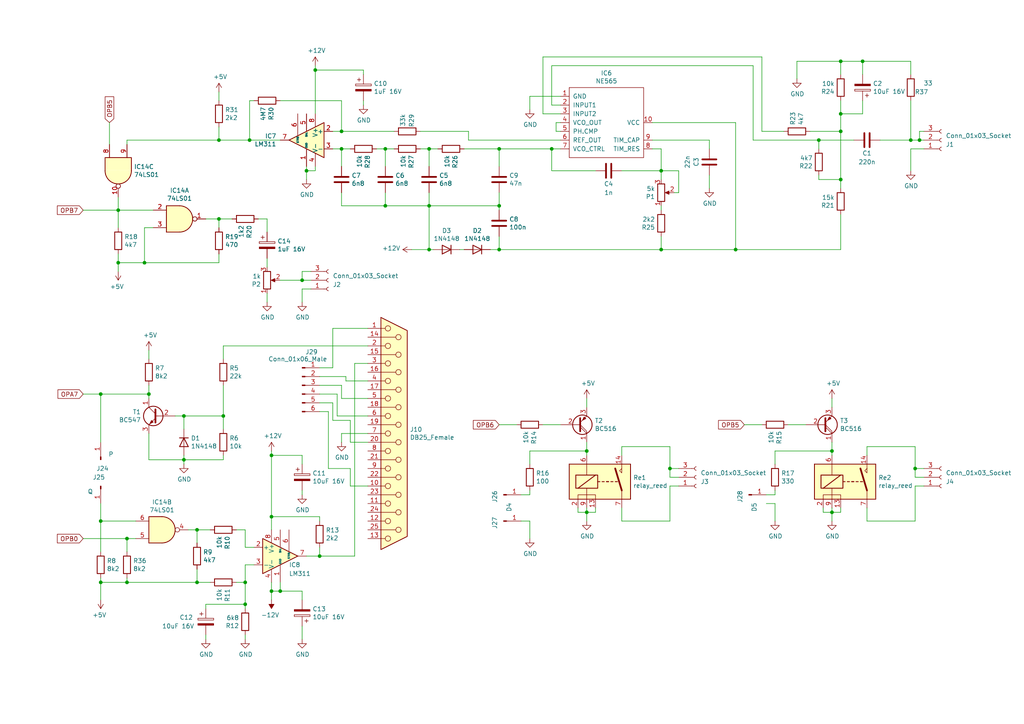
<source format=kicad_sch>
(kicad_sch (version 20231120) (generator "eeschema") (generator_version "8.0")
  (paper "A4")
  (lib_symbols
    (symbol "74xx:74LS01" (pin_names (offset 1.016))
      (property "Reference" "U" (at 0 1.27 0))
      (property "Value" "74LS01" (at 0 -1.27 0))
      (symbol "74LS01_1_1"
        (pin open_collector inverted (at 7.62 0 180) (length 3.81) (name "~") (number "1"))
        (pin input line (at -7.62 2.54 0) (length 3.81) (name "~") (number "2"))
        (pin input line (at -7.62 -2.54 0) (length 3.81) (name "~") (number "3"))
      )
      (symbol "74LS01_1_2"
        (pin open_collector line (at 7.62 0 180) (length 3.81) (name "~") (number "1"))
        (pin input inverted (at -7.62 2.54 0) (length 4.318) (name "~") (number "2"))
        (pin input inverted (at -7.62 -2.54 0) (length 4.318) (name "~") (number "3"))
      )
      (symbol "74LS01_2_1"
        (pin open_collector inverted (at 7.62 0 180) (length 3.81) (name "~") (number "4"))
        (pin input line (at -7.62 2.54 0) (length 3.81) (name "~") (number "5"))
        (pin input line (at -7.62 -2.54 0) (length 3.81) (name "~") (number "6"))
      )
      (symbol "74LS01_2_2"
        (pin open_collector line (at 7.62 0 180) (length 3.81) (name "~") (number "4"))
        (pin input inverted (at -7.62 2.54 0) (length 4.318) (name "~") (number "5"))
        (pin input inverted (at -7.62 -2.54 0) (length 4.318) (name "~") (number "6"))
      )
      (symbol "74LS01_3_1"
        (pin open_collector inverted (at 7.62 0 180) (length 3.81) (name "~") (number "10"))
        (pin input line (at -7.62 2.54 0) (length 3.81) (name "~") (number "8"))
        (pin input line (at -7.62 -2.54 0) (length 3.81) (name "~") (number "9"))
      )
      (symbol "74LS01_3_2"
        (pin open_collector line (at 7.62 0 180) (length 3.81) (name "~") (number "10"))
        (pin input inverted (at -7.62 2.54 0) (length 4.318) (name "~") (number "8"))
        (pin input inverted (at -7.62 -2.54 0) (length 4.318) (name "~") (number "9"))
      )
      (symbol "74LS01_4_1"
        (pin input line (at -7.62 2.54 0) (length 3.81) (name "~") (number "11"))
        (pin input line (at -7.62 -2.54 0) (length 3.81) (name "~") (number "12"))
        (pin open_collector inverted (at 7.62 0 180) (length 3.81) (name "~") (number "13"))
      )
      (symbol "74LS01_4_2"
        (pin input inverted (at -7.62 2.54 0) (length 4.318) (name "~") (number "11"))
        (pin input inverted (at -7.62 -2.54 0) (length 4.318) (name "~") (number "12"))
        (pin open_collector line (at 7.62 0 180) (length 3.81) (name "~") (number "13"))
      )
      (symbol "74LS01_5_0"
        (pin power_in line (at 0 12.7 270) (length 5.08) (name "VCC") (number "14"))
        (pin power_in line (at 0 -12.7 90) (length 5.08) (name "GND") (number "7"))
      )
    )
    (symbol "Connector:Conn_01x03_Socket" (pin_names (offset 1.016) hide)
      (property "Reference" "J" (at 0 5.08 0))
      (property "Value" "Conn_01x03_Socket" (at 0 -5.08 0))
      (symbol "Conn_01x03_Socket_1_1"
        (pin passive line (at -5.08 2.54 0) (length 3.81) (name "Pin_1") (number "1"))
        (pin passive line (at -5.08 0 0) (length 3.81) (name "Pin_2") (number "2"))
        (pin passive line (at -5.08 -2.54 0) (length 3.81) (name "Pin_3") (number "3"))
      )
    )
    (symbol "Device:C" (pin_numbers hide) (pin_names (offset 0.254))
      (property "Reference" "C" (at 0.635 2.54 0))
      (property "Value" "C" (at 0.635 -2.54 0))
      (symbol "C_1_1"
        (pin passive line (at 0 3.81 270) (length 2.794) (name "~") (number "1"))
        (pin passive line (at 0 -3.81 90) (length 2.794) (name "~") (number "2"))
      )
    )
    (symbol "Device:D" (pin_numbers hide) (pin_names (offset 1.016) hide)
      (property "Reference" "D" (at 0 2.54 0))
      (property "Value" "D" (at 0 -2.54 0))
      (symbol "D_1_1"
        (pin passive line (at -3.81 0 0) (length 2.54) (name "K") (number "1"))
        (pin passive line (at 3.81 0 180) (length 2.54) (name "A") (number "2"))
      )
    )
    (symbol "Device:R" (pin_numbers hide) (pin_names (offset 0))
      (property "Reference" "R" (at 2.032 0 90))
      (property "Value" "R" (at 0 0 90))
      (symbol "R_1_1"
        (pin passive line (at 0 3.81 270) (length 1.27) (name "~") (number "1"))
        (pin passive line (at 0 -3.81 90) (length 1.27) (name "~") (number "2"))
      )
    )
    (symbol "Transistor_BJT:BC516" (pin_names (offset 0) hide)
      (property "Reference" "Q" (at 5.08 1.905 0))
      (property "Value" "BC516" (at 5.08 0 0))
      (symbol "BC516_1_1"
        (pin passive line (at 2.54 5.08 270) (length 2.54) (name "C") (number "1"))
        (pin input line (at -5.08 0 0) (length 5.715) (name "B") (number "2"))
        (pin passive line (at 2.54 -5.08 90) (length 2.54) (name "E") (number "3"))
      )
    )
    (symbol "Transistor_BJT:BC547" (pin_names (offset 0) hide)
      (property "Reference" "Q" (at 5.08 1.905 0))
      (property "Value" "BC547" (at 5.08 0 0))
      (symbol "BC547_1_1"
        (pin passive line (at 2.54 5.08 270) (length 2.54) (name "C") (number "1"))
        (pin input line (at -5.08 0 0) (length 5.08) (name "B") (number "2"))
        (pin passive line (at 2.54 -5.08 90) (length 2.54) (name "E") (number "3"))
      )
    )
    (symbol "junior-interface-rescue:CP-Device" (pin_numbers hide) (pin_names (offset 0.254))
      (property "Reference" "C" (at 0.635 2.54 0))
      (property "Value" "Device_CP" (at 0.635 -2.54 0))
      (symbol "CP-Device_1_1"
        (pin passive line (at 0 3.81 270) (length 2.794) (name "~") (number "1"))
        (pin passive line (at 0 -3.81 90) (length 2.794) (name "~") (number "2"))
      )
    )
    (symbol "junior-interface-rescue:Conn_01x01_Male-Connector" (pin_names (offset 1.016) hide)
      (property "Reference" "J" (at 0 2.54 0))
      (property "Value" "Connector_Conn_01x01_Male" (at 0 -2.54 0))
      (symbol "Conn_01x01_Male-Connector_1_1"
        (pin passive line (at 5.08 0 180) (length 3.81) (name "Pin_1") (number "1"))
      )
    )
    (symbol "junior-interface-rescue:Conn_01x06_Male-Connector" (pin_names (offset 1.016) hide)
      (property "Reference" "J" (at 0 7.62 0))
      (property "Value" "Connector_Conn_01x06_Male" (at 0 -10.16 0))
      (symbol "Conn_01x06_Male-Connector_1_1"
        (pin passive line (at 5.08 5.08 180) (length 3.81) (name "Pin_1") (number "1"))
        (pin passive line (at 5.08 2.54 180) (length 3.81) (name "Pin_2") (number "2"))
        (pin passive line (at 5.08 0 180) (length 3.81) (name "Pin_3") (number "3"))
        (pin passive line (at 5.08 -2.54 180) (length 3.81) (name "Pin_4") (number "4"))
        (pin passive line (at 5.08 -5.08 180) (length 3.81) (name "Pin_5") (number "5"))
        (pin passive line (at 5.08 -7.62 180) (length 3.81) (name "Pin_6") (number "6"))
      )
    )
    (symbol "junior-interface-rescue:DB25_Female-Connector" (pin_names (offset 1.016) hide)
      (property "Reference" "J" (at 0 34.29 0))
      (property "Value" "Connector_DB25_Female" (at 0 -34.925 0))
      (symbol "DB25_Female-Connector_1_1"
        (pin passive line (at -7.62 30.48 0) (length 3.81) (name "1") (number "1"))
        (pin passive line (at -7.62 -15.24 0) (length 3.81) (name "10") (number "10"))
        (pin passive line (at -7.62 -20.32 0) (length 3.81) (name "11") (number "11"))
        (pin passive line (at -7.62 -25.4 0) (length 3.81) (name "12") (number "12"))
        (pin passive line (at -7.62 -30.48 0) (length 3.81) (name "13") (number "13"))
        (pin passive line (at -7.62 27.94 0) (length 3.81) (name "P14") (number "14"))
        (pin passive line (at -7.62 22.86 0) (length 3.81) (name "P15") (number "15"))
        (pin passive line (at -7.62 17.78 0) (length 3.81) (name "P16") (number "16"))
        (pin passive line (at -7.62 12.7 0) (length 3.81) (name "P17") (number "17"))
        (pin passive line (at -7.62 7.62 0) (length 3.81) (name "P18") (number "18"))
        (pin passive line (at -7.62 2.54 0) (length 3.81) (name "P19") (number "19"))
        (pin passive line (at -7.62 25.4 0) (length 3.81) (name "2") (number "2"))
        (pin passive line (at -7.62 -2.54 0) (length 3.81) (name "P20") (number "20"))
        (pin passive line (at -7.62 -7.62 0) (length 3.81) (name "P21") (number "21"))
        (pin passive line (at -7.62 -12.7 0) (length 3.81) (name "P22") (number "22"))
        (pin passive line (at -7.62 -17.78 0) (length 3.81) (name "P23") (number "23"))
        (pin passive line (at -7.62 -22.86 0) (length 3.81) (name "P24") (number "24"))
        (pin passive line (at -7.62 -27.94 0) (length 3.81) (name "P25") (number "25"))
        (pin passive line (at -7.62 20.32 0) (length 3.81) (name "3") (number "3"))
        (pin passive line (at -7.62 15.24 0) (length 3.81) (name "4") (number "4"))
        (pin passive line (at -7.62 10.16 0) (length 3.81) (name "5") (number "5"))
        (pin passive line (at -7.62 5.08 0) (length 3.81) (name "6") (number "6"))
        (pin passive line (at -7.62 0 0) (length 3.81) (name "7") (number "7"))
        (pin passive line (at -7.62 -5.08 0) (length 3.81) (name "8") (number "8"))
        (pin passive line (at -7.62 -10.16 0) (length 3.81) (name "9") (number "9"))
      )
    )
    (symbol "junior-interface-rescue:LM311-Comparator" (pin_names (offset 0.127))
      (property "Reference" "U" (at 3.81 6.35 0))
      (property "Value" "LM311-Comparator" (at 3.81 3.81 0))
      (symbol "LM311-Comparator_1_1"
        (pin open_emitter line (at 0 -7.62 90) (length 5.08) (name "GND") (number "1"))
        (pin input line (at -7.62 2.54 0) (length 2.54) (name "+") (number "2"))
        (pin input line (at -7.62 -2.54 0) (length 2.54) (name "-") (number "3"))
        (pin power_in line (at -2.54 -7.62 90) (length 3.81) (name "V-") (number "4"))
        (pin passive line (at 0 7.62 270) (length 5.08) (name "BAL") (number "5"))
        (pin passive line (at 2.54 7.62 270) (length 6.35) (name "STRB") (number "6"))
        (pin open_collector line (at 7.62 0 180) (length 2.54) (name "~") (number "7"))
        (pin power_in line (at -2.54 7.62 270) (length 3.81) (name "V+") (number "8"))
      )
    )
    (symbol "junior-interface-rescue:NE565-junior_computer" (pin_names (offset 1.016))
      (property "Reference" "IC" (at 3.81 8.89 0))
      (property "Value" "NE565-junior_computer" (at -5.08 8.89 0))
      (symbol "NE565-junior_computer_1_1"
        (pin power_in line (at -11.43 5.08 0) (length 2.54) (name "GND") (number "1"))
        (pin power_in line (at 15.24 -2.54 180) (length 2.54) (name "VCC") (number "10"))
        (pin passive line (at -11.43 2.54 0) (length 2.54) (name "INPUT1") (number "2"))
        (pin passive line (at -11.43 0 0) (length 2.54) (name "INPUT2") (number "3"))
        (pin passive line (at -11.43 -2.54 0) (length 2.54) (name "VCO_OUT") (number "4"))
        (pin passive line (at -11.43 -5.08 0) (length 2.54) (name "PH.CMP") (number "5"))
        (pin passive line (at -11.43 -7.62 0) (length 2.54) (name "REF_OUT") (number "6"))
        (pin passive line (at -11.43 -10.16 0) (length 2.54) (name "VCO_CTRL") (number "7"))
        (pin passive line (at 15.24 -10.16 180) (length 2.54) (name "TIM_RES") (number "8"))
        (pin passive line (at 15.24 -7.62 180) (length 2.54) (name "TIM_CAP") (number "9"))
      )
    )
    (symbol "junior-interface-rescue:R_POT-Device" (pin_names (offset 1.016) hide)
      (property "Reference" "RV" (at -4.445 0 90))
      (property "Value" "Device_R_POT" (at -2.54 0 90))
      (symbol "R_POT-Device_1_1"
        (pin passive line (at 0 3.81 270) (length 1.27) (name "1") (number "1"))
        (pin passive line (at 3.81 0 180) (length 1.27) (name "2") (number "2"))
        (pin passive line (at 0 -3.81 90) (length 1.27) (name "3") (number "3"))
      )
    )
    (symbol "junior-interface-rescue:relay_reed-junior_computer" (pin_names (offset 1.016))
      (property "Reference" "Re" (at 8.89 3.81 0))
      (property "Value" "relay_reed-junior_computer" (at 8.89 1.27 0))
      (symbol "relay_reed-junior_computer_1_1"
        (pin passive line (at -2.54 -7.62 90) (length 2.54) (name "~") (number "13"))
        (pin passive line (at 5.08 7.62 270) (length 2.54) (name "~") (number "14"))
        (pin passive line (at -7.62 -7.62 90) (length 2.54) (name "~") (number "2"))
        (pin passive line (at -5.08 7.62 270) (length 2.54) (name "~") (number "6"))
        (pin passive line (at 5.08 -7.62 90) (length 2.54) (name "~") (number "7"))
        (pin passive line (at -5.08 -7.62 90) (length 2.54) (name "~") (number "9"))
      )
    )
    (symbol "power:+12V" (power) (pin_names (offset 0))
      (property "Value" "+12V" (at 0 3.556 0))
      (symbol "+12V_1_1"
        (pin power_in line (at 0 0 90) (length 0) hide (name "+12V") (number "1"))
      )
    )
    (symbol "power:+5V" (power) (pin_names (offset 0))
      (property "Value" "+5V" (at 0 3.556 0))
      (symbol "+5V_1_1"
        (pin power_in line (at 0 0 90) (length 0) hide (name "+5V") (number "1"))
      )
    )
    (symbol "power:-12V" (power) (pin_names (offset 0))
      (property "Value" "-12V" (at 0 3.81 0))
      (symbol "-12V_0_0"
        (pin power_in line (at 0 0 90) (length 0) hide (name "-12V") (number "1"))
      )
    )
    (symbol "power:GND" (power) (pin_names (offset 0))
      (property "Value" "GND" (at 0 -3.81 0))
      (symbol "GND_1_1"
        (pin power_in line (at 0 0 270) (length 0) hide (name "GND") (number "1"))
      )
    )
  )
  (junction (at 78.74 171.45))
  (junction (at 71.12 168.91))
  (junction (at 34.29 76.2))
  (junction (at 237.49 40.64))
  (junction (at 29.21 168.91))
  (junction (at 264.16 40.64))
  (junction (at 57.15 168.91))
  (junction (at 160.02 43.18))
  (junction (at 124.46 72.39))
  (junction (at 243.84 17.78))
  (junction (at 92.71 161.29))
  (junction (at 99.06 43.18))
  (junction (at 43.18 114.3))
  (junction (at 191.77 49.53))
  (junction (at 63.5 40.64))
  (junction (at 91.44 20.32))
  (junction (at 29.21 114.3))
  (junction (at 78.74 149.86))
  (junction (at 57.15 153.67))
  (junction (at 64.77 120.65))
  (junction (at 29.21 151.13))
  (junction (at 241.3 130.81))
  (junction (at 266.7 40.64))
  (junction (at 250.19 17.78))
  (junction (at 170.18 148.59))
  (junction (at 71.12 175.26))
  (junction (at 170.18 130.81))
  (junction (at 144.78 72.39))
  (junction (at 144.78 43.18))
  (junction (at 265.43 135.89))
  (junction (at 191.77 72.39))
  (junction (at 243.84 33.02))
  (junction (at 88.9 49.53))
  (junction (at 213.36 72.39))
  (junction (at 81.28 171.45))
  (junction (at 78.74 132.08))
  (junction (at 36.83 168.91))
  (junction (at 111.76 59.69))
  (junction (at 36.83 156.21))
  (junction (at 34.29 60.96))
  (junction (at 99.06 38.1))
  (junction (at 124.46 43.18))
  (junction (at 72.39 40.64))
  (junction (at 243.84 52.07))
  (junction (at 243.84 38.1))
  (junction (at 63.5 63.5))
  (junction (at 194.31 135.89))
  (junction (at 241.3 148.59))
  (junction (at 41.91 76.2))
  (junction (at 111.76 43.18))
  (junction (at 53.34 133.35))
  (junction (at 144.78 59.69))
  (junction (at 124.46 59.69))
  (junction (at 53.34 120.65))
  (junction (at 87.63 81.28))
  (wire (pts (xy 59.69 175.26) (xy 71.12 175.26)))
  (wire (pts (xy 63.5 63.5) (xy 63.5 66.04)))
  (wire (pts (xy 99.06 59.69) (xy 111.76 59.69)))
  (wire (pts (xy 267.97 43.18) (xy 264.16 43.18)))
  (wire (pts (xy 88.9 49.53) (xy 88.9 52.07)))
  (wire (pts (xy 34.29 76.2) (xy 34.29 78.74)))
  (wire (pts (xy 29.21 151.13) (xy 29.21 146.05)))
  (wire (pts (xy 220.98 16.51) (xy 220.98 38.1)))
  (wire (pts (xy 144.78 43.18) (xy 160.02 43.18)))
  (wire (pts (xy 72.39 40.64) (xy 81.28 40.64)))
  (wire (pts (xy 191.77 49.53) (xy 191.77 52.07)))
  (wire (pts (xy 87.63 132.08) (xy 78.74 132.08)))
  (wire (pts (xy 92.71 106.68) (xy 96.52 106.68)))
  (wire (pts (xy 119.38 72.39) (xy 124.46 72.39)))
  (wire (pts (xy 162.56 123.19) (xy 157.48 123.19)))
  (wire (pts (xy 34.29 76.2) (xy 41.91 76.2)))
  (wire (pts (xy 53.34 132.08) (xy 53.34 133.35)))
  (wire (pts (xy 43.18 111.76) (xy 43.18 114.3)))
  (wire (pts (xy 106.68 110.49) (xy 100.33 110.49)))
  (wire (pts (xy 264.16 29.21) (xy 264.16 40.64)))
  (wire (pts (xy 243.84 148.59) (xy 243.84 147.32)))
  (wire (pts (xy 189.23 40.64) (xy 205.74 40.64)))
  (wire (pts (xy 264.16 43.18) (xy 264.16 49.53)))
  (wire (pts (xy 241.3 148.59) (xy 241.3 151.13)))
  (wire (pts (xy 124.46 55.88) (xy 124.46 59.69)))
  (wire (pts (xy 96.52 95.25) (xy 106.68 95.25)))
  (wire (pts (xy 111.76 59.69) (xy 124.46 59.69)))
  (wire (pts (xy 63.5 40.64) (xy 36.83 40.64)))
  (wire (pts (xy 160.02 19.05) (xy 160.02 30.48)))
  (wire (pts (xy 64.77 100.33) (xy 64.77 104.14)))
  (wire (pts (xy 191.77 72.39) (xy 191.77 68.58)))
  (wire (pts (xy 43.18 114.3) (xy 43.18 115.57)))
  (wire (pts (xy 194.31 140.97) (xy 196.85 140.97)))
  (wire (pts (xy 167.64 147.32) (xy 167.64 148.59)))
  (wire (pts (xy 224.79 146.05) (xy 224.79 151.13)))
  (wire (pts (xy 81.28 168.91) (xy 81.28 171.45)))
  (wire (pts (xy 100.33 110.49) (xy 100.33 109.22)))
  (wire (pts (xy 91.44 20.32) (xy 91.44 33.02)))
  (wire (pts (xy 99.06 38.1) (xy 96.52 38.1)))
  (wire (pts (xy 218.44 40.64) (xy 218.44 19.05)))
  (wire (pts (xy 191.77 49.53) (xy 196.85 49.53)))
  (wire (pts (xy 91.44 19.05) (xy 91.44 20.32)))
  (wire (pts (xy 39.37 156.21) (xy 36.83 156.21)))
  (wire (pts (xy 73.66 29.21) (xy 72.39 29.21)))
  (wire (pts (xy 162.56 35.56) (xy 161.29 35.56)))
  (wire (pts (xy 96.52 43.18) (xy 99.06 43.18)))
  (wire (pts (xy 265.43 138.43) (xy 267.97 138.43)))
  (wire (pts (xy 64.77 120.65) (xy 64.77 111.76)))
  (wire (pts (xy 237.49 40.64) (xy 218.44 40.64)))
  (wire (pts (xy 99.06 125.73) (xy 99.06 128.27)))
  (wire (pts (xy 191.77 59.69) (xy 191.77 60.96)))
  (wire (pts (xy 44.45 66.04) (xy 41.91 66.04)))
  (wire (pts (xy 39.37 151.13) (xy 29.21 151.13)))
  (wire (pts (xy 29.21 114.3) (xy 43.18 114.3)))
  (wire (pts (xy 144.78 55.88) (xy 144.78 59.69)))
  (wire (pts (xy 180.34 132.08) (xy 180.34 129.54)))
  (wire (pts (xy 220.98 123.19) (xy 215.9 123.19)))
  (wire (pts (xy 205.74 50.8) (xy 205.74 54.61)))
  (wire (pts (xy 36.83 156.21) (xy 36.83 160.02)))
  (wire (pts (xy 265.43 135.89) (xy 267.97 135.89)))
  (wire (pts (xy 238.76 147.32) (xy 238.76 148.59)))
  (wire (pts (xy 194.31 138.43) (xy 196.85 138.43)))
  (wire (pts (xy 60.96 168.91) (xy 57.15 168.91)))
  (wire (pts (xy 241.3 148.59) (xy 243.84 148.59)))
  (wire (pts (xy 72.39 29.21) (xy 72.39 40.64)))
  (wire (pts (xy 81.28 81.28) (xy 87.63 81.28)))
  (wire (pts (xy 43.18 101.6) (xy 43.18 104.14)))
  (wire (pts (xy 74.93 63.5) (xy 77.47 63.5)))
  (wire (pts (xy 71.12 175.26) (xy 71.12 176.53)))
  (wire (pts (xy 92.71 158.75) (xy 92.71 161.29)))
  (wire (pts (xy 97.79 120.65) (xy 97.79 114.3)))
  (wire (pts (xy 24.13 156.21) (xy 36.83 156.21)))
  (wire (pts (xy 41.91 76.2) (xy 63.5 76.2)))
  (wire (pts (xy 133.35 72.39) (xy 134.62 72.39)))
  (wire (pts (xy 194.31 129.54) (xy 194.31 135.89)))
  (wire (pts (xy 153.67 130.81) (xy 153.67 134.62)))
  (wire (pts (xy 106.68 125.73) (xy 99.06 125.73)))
  (wire (pts (xy 36.83 168.91) (xy 29.21 168.91)))
  (wire (pts (xy 87.63 181.61) (xy 87.63 185.42)))
  (wire (pts (xy 170.18 148.59) (xy 170.18 151.13)))
  (wire (pts (xy 71.12 158.75) (xy 73.66 158.75)))
  (wire (pts (xy 243.84 17.78) (xy 231.14 17.78)))
  (wire (pts (xy 100.33 109.22) (xy 92.71 109.22)))
  (wire (pts (xy 241.3 118.11) (xy 241.3 115.57)))
  (wire (pts (xy 92.71 161.29) (xy 88.9 161.29)))
  (wire (pts (xy 170.18 128.27) (xy 170.18 130.81)))
  (wire (pts (xy 251.46 132.08) (xy 251.46 129.54)))
  (wire (pts (xy 157.48 16.51) (xy 220.98 16.51)))
  (wire (pts (xy 180.34 147.32) (xy 180.34 151.13)))
  (wire (pts (xy 233.68 123.19) (xy 228.6 123.19)))
  (wire (pts (xy 264.16 17.78) (xy 264.16 21.59)))
  (wire (pts (xy 71.12 168.91) (xy 71.12 163.83)))
  (wire (pts (xy 170.18 130.81) (xy 153.67 130.81)))
  (wire (pts (xy 106.68 105.41) (xy 102.87 105.41)))
  (wire (pts (xy 78.74 153.67) (xy 78.74 149.86)))
  (wire (pts (xy 64.77 133.35) (xy 53.34 133.35)))
  (wire (pts (xy 36.83 167.64) (xy 36.83 168.91)))
  (wire (pts (xy 41.91 66.04) (xy 41.91 76.2)))
  (wire (pts (xy 43.18 133.35) (xy 43.18 125.73)))
  (wire (pts (xy 63.5 40.64) (xy 72.39 40.64)))
  (wire (pts (xy 29.21 168.91) (xy 29.21 173.99)))
  (wire (pts (xy 78.74 171.45) (xy 78.74 173.99)))
  (wire (pts (xy 153.67 143.51) (xy 153.67 142.24)))
  (wire (pts (xy 92.71 151.13) (xy 92.71 149.86)))
  (wire (pts (xy 95.25 135.89) (xy 95.25 119.38)))
  (wire (pts (xy 264.16 40.64) (xy 255.27 40.64)))
  (wire (pts (xy 81.28 29.21) (xy 99.06 29.21)))
  (wire (pts (xy 99.06 29.21) (xy 99.06 38.1)))
  (wire (pts (xy 64.77 100.33) (xy 106.68 100.33)))
  (wire (pts (xy 162.56 27.94) (xy 153.67 27.94)))
  (wire (pts (xy 238.76 148.59) (xy 241.3 148.59)))
  (wire (pts (xy 87.63 83.82) (xy 87.63 87.63)))
  (wire (pts (xy 237.49 50.8) (xy 237.49 52.07)))
  (wire (pts (xy 144.78 59.69) (xy 144.78 60.96)))
  (wire (pts (xy 87.63 134.62) (xy 87.63 132.08)))
  (wire (pts (xy 54.61 153.67) (xy 57.15 153.67)))
  (wire (pts (xy 99.06 111.76) (xy 92.71 111.76)))
  (wire (pts (xy 170.18 118.11) (xy 170.18 115.57)))
  (wire (pts (xy 205.74 40.64) (xy 205.74 43.18)))
  (wire (pts (xy 91.44 49.53) (xy 91.44 48.26)))
  (wire (pts (xy 243.84 17.78) (xy 250.19 17.78)))
  (wire (pts (xy 144.78 72.39) (xy 144.78 68.58)))
  (wire (pts (xy 241.3 147.32) (xy 241.3 148.59)))
  (wire (pts (xy 91.44 20.32) (xy 105.41 20.32)))
  (wire (pts (xy 78.74 171.45) (xy 81.28 171.45)))
  (wire (pts (xy 77.47 63.5) (xy 77.47 67.31)))
  (wire (pts (xy 161.29 35.56) (xy 161.29 38.1)))
  (wire (pts (xy 265.43 129.54) (xy 265.43 135.89)))
  (wire (pts (xy 31.75 35.56) (xy 31.75 41.91)))
  (wire (pts (xy 243.84 29.21) (xy 243.84 33.02)))
  (wire (pts (xy 160.02 49.53) (xy 160.02 43.18)))
  (wire (pts (xy 243.84 33.02) (xy 243.84 38.1)))
  (wire (pts (xy 34.29 60.96) (xy 44.45 60.96)))
  (wire (pts (xy 250.19 33.02) (xy 243.84 33.02)))
  (wire (pts (xy 266.7 38.1) (xy 266.7 40.64)))
  (wire (pts (xy 180.34 151.13) (xy 194.31 151.13)))
  (wire (pts (xy 96.52 116.84) (xy 92.71 116.84)))
  (wire (pts (xy 71.12 168.91) (xy 71.12 175.26)))
  (wire (pts (xy 59.69 176.53) (xy 59.69 175.26)))
  (wire (pts (xy 101.6 121.92) (xy 96.52 121.92)))
  (wire (pts (xy 53.34 120.65) (xy 64.77 120.65)))
  (wire (pts (xy 53.34 134.62) (xy 53.34 133.35)))
  (wire (pts (xy 222.25 146.05) (xy 224.79 146.05)))
  (wire (pts (xy 124.46 72.39) (xy 125.73 72.39)))
  (wire (pts (xy 170.18 148.59) (xy 172.72 148.59)))
  (wire (pts (xy 99.06 38.1) (xy 114.3 38.1)))
  (wire (pts (xy 153.67 27.94) (xy 153.67 31.75)))
  (wire (pts (xy 90.17 78.74) (xy 87.63 78.74)))
  (wire (pts (xy 59.69 63.5) (xy 63.5 63.5)))
  (wire (pts (xy 153.67 151.13) (xy 153.67 156.21)))
  (wire (pts (xy 57.15 168.91) (xy 36.83 168.91)))
  (wire (pts (xy 29.21 167.64) (xy 29.21 168.91)))
  (wire (pts (xy 77.47 85.09) (xy 77.47 87.63)))
  (wire (pts (xy 96.52 106.68) (xy 96.52 95.25)))
  (wire (pts (xy 213.36 72.39) (xy 243.84 72.39)))
  (wire (pts (xy 194.31 151.13) (xy 194.31 140.97)))
  (wire (pts (xy 64.77 120.65) (xy 64.77 124.46)))
  (wire (pts (xy 77.47 74.93) (xy 77.47 77.47)))
  (wire (pts (xy 265.43 135.89) (xy 265.43 138.43)))
  (wire (pts (xy 167.64 148.59) (xy 170.18 148.59)))
  (wire (pts (xy 213.36 72.39) (xy 191.77 72.39)))
  (wire (pts (xy 241.3 130.81) (xy 224.79 130.81)))
  (wire (pts (xy 34.29 57.15) (xy 34.29 60.96)))
  (wire (pts (xy 264.16 40.64) (xy 266.7 40.64)))
  (wire (pts (xy 218.44 19.05) (xy 160.02 19.05)))
  (wire (pts (xy 57.15 165.1) (xy 57.15 168.91)))
  (wire (pts (xy 213.36 35.56) (xy 213.36 72.39)))
  (wire (pts (xy 196.85 49.53) (xy 196.85 55.88)))
  (wire (pts (xy 24.13 114.3) (xy 29.21 114.3)))
  (wire (pts (xy 88.9 49.53) (xy 91.44 49.53)))
  (wire (pts (xy 234.95 38.1) (xy 243.84 38.1)))
  (wire (pts (xy 224.79 130.81) (xy 224.79 134.62)))
  (wire (pts (xy 237.49 52.07) (xy 243.84 52.07)))
  (wire (pts (xy 71.12 184.15) (xy 71.12 185.42)))
  (wire (pts (xy 134.62 43.18) (xy 144.78 43.18)))
  (wire (pts (xy 196.85 55.88) (xy 195.58 55.88)))
  (wire (pts (xy 109.22 43.18) (xy 111.76 43.18)))
  (wire (pts (xy 160.02 43.18) (xy 162.56 43.18)))
  (wire (pts (xy 144.78 48.26) (xy 144.78 43.18)))
  (wire (pts (xy 53.34 120.65) (xy 50.8 120.65)))
  (wire (pts (xy 78.74 130.81) (xy 78.74 132.08)))
  (wire (pts (xy 57.15 157.48) (xy 57.15 153.67)))
  (wire (pts (xy 191.77 49.53) (xy 180.34 49.53)))
  (wire (pts (xy 29.21 128.27) (xy 29.21 114.3)))
  (wire (pts (xy 105.41 20.32) (xy 105.41 21.59)))
  (wire (pts (xy 34.29 60.96) (xy 34.29 66.04)))
  (wire (pts (xy 243.84 21.59) (xy 243.84 17.78)))
  (wire (pts (xy 265.43 140.97) (xy 267.97 140.97)))
  (wire (pts (xy 241.3 130.81) (xy 241.3 132.08)))
  (wire (pts (xy 265.43 151.13) (xy 265.43 140.97)))
  (wire (pts (xy 250.19 17.78) (xy 264.16 17.78)))
  (wire (pts (xy 68.58 168.91) (xy 71.12 168.91)))
  (wire (pts (xy 170.18 147.32) (xy 170.18 148.59)))
  (wire (pts (xy 162.56 33.02) (xy 157.48 33.02)))
  (wire (pts (xy 180.34 129.54) (xy 194.31 129.54)))
  (wire (pts (xy 111.76 55.88) (xy 111.76 59.69)))
  (wire (pts (xy 237.49 40.64) (xy 247.65 40.64)))
  (wire (pts (xy 231.14 17.78) (xy 231.14 22.86)))
  (wire (pts (xy 222.25 143.51) (xy 224.79 143.51)))
  (wire (pts (xy 90.17 83.82) (xy 87.63 83.82)))
  (wire (pts (xy 63.5 76.2) (xy 63.5 73.66)))
  (wire (pts (xy 194.31 135.89) (xy 194.31 138.43)))
  (wire (pts (xy 243.84 72.39) (xy 243.84 62.23)))
  (wire (pts (xy 151.13 143.51) (xy 153.67 143.51)))
  (wire (pts (xy 151.13 151.13) (xy 153.67 151.13)))
  (wire (pts (xy 102.87 161.29) (xy 92.71 161.29)))
  (wire (pts (xy 124.46 48.26) (xy 124.46 43.18)))
  (wire (pts (xy 63.5 36.83) (xy 63.5 40.64)))
  (wire (pts (xy 97.79 114.3) (xy 92.71 114.3)))
  (wire (pts (xy 99.06 55.88) (xy 99.06 59.69)))
  (wire (pts (xy 111.76 43.18) (xy 114.3 43.18)))
  (wire (pts (xy 189.23 43.18) (xy 191.77 43.18)))
  (wire (pts (xy 59.69 184.15) (xy 59.69 185.42)))
  (wire (pts (xy 243.84 52.07) (xy 243.84 54.61)))
  (wire (pts (xy 92.71 149.86) (xy 78.74 149.86)))
  (wire (pts (xy 250.19 29.21) (xy 250.19 33.02)))
  (wire (pts (xy 220.98 38.1) (xy 227.33 38.1)))
  (wire (pts (xy 144.78 72.39) (xy 191.77 72.39)))
  (wire (pts (xy 96.52 121.92) (xy 96.52 116.84)))
  (wire (pts (xy 121.92 43.18) (xy 124.46 43.18)))
  (wire (pts (xy 243.84 38.1) (xy 243.84 52.07)))
  (wire (pts (xy 57.15 153.67) (xy 60.96 153.67)))
  (wire (pts (xy 106.68 128.27) (xy 101.6 128.27)))
  (wire (pts (xy 106.68 140.97) (xy 101.6 140.97)))
  (wire (pts (xy 142.24 72.39) (xy 144.78 72.39)))
  (wire (pts (xy 78.74 168.91) (xy 78.74 171.45)))
  (wire (pts (xy 250.19 21.59) (xy 250.19 17.78)))
  (wire (pts (xy 157.48 33.02) (xy 157.48 16.51)))
  (wire (pts (xy 53.34 124.46) (xy 53.34 120.65)))
  (wire (pts (xy 124.46 59.69) (xy 144.78 59.69)))
  (wire (pts (xy 111.76 48.26) (xy 111.76 43.18)))
  (wire (pts (xy 251.46 151.13) (xy 265.43 151.13)))
  (wire (pts (xy 135.89 38.1) (xy 135.89 40.64)))
  (wire (pts (xy 63.5 26.67) (xy 63.5 29.21)))
  (wire (pts (xy 71.12 163.83) (xy 73.66 163.83)))
  (wire (pts (xy 24.13 60.96) (xy 34.29 60.96)))
  (wire (pts (xy 99.06 115.57) (xy 99.06 111.76)))
  (wire (pts (xy 29.21 151.13) (xy 29.21 160.02)))
  (wire (pts (xy 101.6 128.27) (xy 101.6 121.92)))
  (wire (pts (xy 68.58 153.67) (xy 71.12 153.67)))
  (wire (pts (xy 36.83 40.64) (xy 36.83 41.91)))
  (wire (pts (xy 149.86 123.19) (xy 144.78 123.19)))
  (wire (pts (xy 101.6 135.89) (xy 95.25 135.89)))
  (wire (pts (xy 71.12 153.67) (xy 71.12 158.75)))
  (wire (pts (xy 124.46 59.69) (xy 124.46 72.39)))
  (wire (pts (xy 135.89 40.64) (xy 162.56 40.64)))
  (wire (pts (xy 88.9 48.26) (xy 88.9 49.53)))
  (wire (pts (xy 102.87 105.41) (xy 102.87 161.29)))
  (wire (pts (xy 194.31 135.89) (xy 196.85 135.89)))
  (wire (pts (xy 170.18 130.81) (xy 170.18 132.08)))
  (wire (pts (xy 99.06 48.26) (xy 99.06 43.18)))
  (wire (pts (xy 266.7 40.64) (xy 267.97 40.64)))
  (wire (pts (xy 241.3 128.27) (xy 241.3 130.81)))
  (wire (pts (xy 251.46 147.32) (xy 251.46 151.13)))
  (wire (pts (xy 87.63 171.45) (xy 87.63 173.99)))
  (wire (pts (xy 224.79 143.51) (xy 224.79 142.24)))
  (wire (pts (xy 78.74 132.08) (xy 78.74 149.86)))
  (wire (pts (xy 160.02 30.48) (xy 162.56 30.48)))
  (wire (pts (xy 53.34 133.35) (xy 43.18 133.35)))
  (wire (pts (xy 87.63 142.24) (xy 87.63 143.51)))
  (wire (pts (xy 189.23 35.56) (xy 213.36 35.56)))
  (wire (pts (xy 121.92 38.1) (xy 135.89 38.1)))
  (wire (pts (xy 161.29 38.1) (xy 162.56 38.1)))
  (wire (pts (xy 34.29 73.66) (xy 34.29 76.2)))
  (wire (pts (xy 172.72 148.59) (xy 172.72 147.32)))
  (wire (pts (xy 95.25 119.38) (xy 92.71 119.38)))
  (wire (pts (xy 251.46 129.54) (xy 265.43 129.54)))
  (wire (pts (xy 267.97 38.1) (xy 266.7 38.1)))
  (wire (pts (xy 87.63 81.28) (xy 90.17 81.28)))
  (wire (pts (xy 87.63 78.74) (xy 87.63 81.28)))
  (wire (pts (xy 106.68 115.57) (xy 99.06 115.57)))
  (wire (pts (xy 99.06 43.18) (xy 101.6 43.18)))
  (wire (pts (xy 124.46 43.18) (xy 127 43.18)))
  (wire (pts (xy 105.41 29.21) (xy 105.41 30.48)))
  (wire (pts (xy 64.77 132.08) (xy 64.77 133.35)))
  (wire (pts (xy 63.5 63.5) (xy 67.31 63.5)))
  (wire (pts (xy 191.77 43.18) (xy 191.77 49.53)))
  (wire (pts (xy 160.02 49.53) (xy 172.72 49.53)))
  (wire (pts (xy 81.28 171.45) (xy 87.63 171.45)))
  (wire (pts (xy 237.49 43.18) (xy 237.49 40.64)))
  (wire (pts (xy 101.6 140.97) (xy 101.6 135.89)))
  (wire (pts (xy 106.68 120.65) (xy 97.79 120.65)))
  (global_label "OPB5" (shape input) (at 31.75 35.56 90) (property "Intersheetrefs" "${INTERSHEET_REFS}" (effects (hide yes))))
  (global_label "OPB0" (shape input) (at 24.13 156.21 180) (property "Intersheetrefs" "${INTERSHEET_REFS}" (effects (hide yes))))
  (global_label "OPB7" (shape input) (at 24.13 60.96 180) (property "Intersheetrefs" "${INTERSHEET_REFS}" (effects (hide yes))))
  (global_label "OPA7" (shape input) (at 24.13 114.3 180) (property "Intersheetrefs" "${INTERSHEET_REFS}" (effects (hide yes))))
  (global_label "OPB5" (shape input) (at 215.9 123.19 180) (property "Intersheetrefs" "${INTERSHEET_REFS}" (effects (hide yes))))
  (global_label "OPB6" (shape input) (at 144.78 123.19 180) (property "Intersheetrefs" "${INTERSHEET_REFS}" (effects (hide yes))))
  (symbol (lib_id "junior-interface-rescue:LM311-Comparator") (at 88.9 40.64 0) (mirror y) (unit 1)
    (property "Reference" "IC7" (at 80.1624 39.4716 0) (effects (justify left)))
    (property "Value" "LM311" (at 80.1624 41.783 0) (effects (justify left)))
    (property "Footprint" "elektor:DIL-8" (effects (hide yes)))
    (property "Datasheet" "http://www.ti.com/lit/ds/symlink/lm311.pdf" (effects (hide yes)))
  )
  (symbol (lib_id "junior-interface-rescue:LM311-Comparator") (at 81.28 161.29 0) (unit 1)
    (property "Reference" "IC8" (at 83.82 163.83 0) (effects (justify left)))
    (property "Value" "LM311" (at 83.82 166.37 0) (effects (justify left)))
    (property "Footprint" "elektor:DIL-8" (effects (hide yes)))
    (property "Datasheet" "http://www.ti.com/lit/ds/symlink/lm311.pdf" (effects (hide yes)))
  )
  (symbol (lib_id "junior-interface-rescue:NE565-junior_computer") (at 173.99 33.02 0) (unit 1)
    (property "Reference" "IC6" (at 175.895 21.209 0))
    (property "Value" "NE565" (at 175.895 23.5204 0))
    (property "Footprint" "elektor:DIL-14" (effects (hide yes)))
  )
  (symbol (lib_id "74xx:74LS01") (at 46.99 153.67 0) (mirror x) (unit 2)
    (property "Reference" "IC14" (at 46.99 145.6182 0))
    (property "Value" "74LS01" (at 46.99 147.9296 0))
    (property "Footprint" "elektor:DIL-14" (effects (hide yes)))
    (property "Datasheet" "http://www.nteinc.com/specs/7400to7499/pdf/nte74LS01.pdf" (effects (hide yes)))
  )
  (symbol (lib_id "Device:R") (at 36.83 163.83 0) (unit 1)
    (property "Reference" "R36" (at 38.608 162.6616 0) (effects (justify left)))
    (property "Value" "8k2" (at 38.608 164.973 0) (effects (justify left)))
    (property "Footprint" "elektor:Res-5" (effects (hide yes)))
  )
  (symbol (lib_id "Device:R") (at 29.21 163.83 0) (unit 1)
    (property "Reference" "R8" (at 30.988 162.6616 0) (effects (justify left)))
    (property "Value" "8k2" (at 30.988 164.973 0) (effects (justify left)))
    (property "Footprint" "elektor:Res-5" (effects (hide yes)))
  )
  (symbol (lib_id "Device:R") (at 57.15 161.29 0) (unit 1)
    (property "Reference" "R9" (at 58.928 160.1216 0) (effects (justify left)))
    (property "Value" "4k7" (at 58.928 162.433 0) (effects (justify left)))
    (property "Footprint" "elektor:Res-5" (effects (hide yes)))
  )
  (symbol (lib_id "Device:R") (at 64.77 153.67 270) (unit 1)
    (property "Reference" "R10" (at 65.9384 155.448 0) (effects (justify left)))
    (property "Value" "10k" (at 63.627 155.448 0) (effects (justify left)))
    (property "Footprint" "elektor:Res-5" (effects (hide yes)))
  )
  (symbol (lib_id "Device:R") (at 64.77 168.91 270) (unit 1)
    (property "Reference" "R11" (at 65.9384 170.688 0) (effects (justify left)))
    (property "Value" "10k" (at 63.627 170.688 0) (effects (justify left)))
    (property "Footprint" "elektor:Res-5" (effects (hide yes)))
  )
  (symbol (lib_id "Device:R") (at 71.12 180.34 180) (unit 1)
    (property "Reference" "R12" (at 69.342 181.5084 0) (effects (justify left)))
    (property "Value" "6k8" (at 69.342 179.197 0) (effects (justify left)))
    (property "Footprint" "elektor:Res-5" (effects (hide yes)))
  )
  (symbol (lib_id "Device:R") (at 92.71 154.94 0) (unit 1)
    (property "Reference" "R13" (at 94.488 153.7716 0) (effects (justify left)))
    (property "Value" "2k2" (at 94.488 156.083 0) (effects (justify left)))
    (property "Footprint" "elektor:Res-5" (effects (hide yes)))
  )
  (symbol (lib_id "power:+5V") (at 29.21 173.99 180) (unit 1)
    (property "Reference" "#PWR0156" (effects (hide yes)))
    (property "Value" "+5V" (at 28.829 178.3842 0))
  )
  (symbol (lib_id "power:+12V") (at 78.74 130.81 0) (unit 1)
    (property "Reference" "#PWR0157" (effects (hide yes)))
    (property "Value" "+12V" (at 79.121 126.4158 0))
  )
  (symbol (lib_id "power:-12V") (at 78.74 173.99 180) (unit 1)
    (property "Reference" "#PWR0158" (effects (hide yes)))
    (property "Value" "-12V" (at 78.359 178.3842 0))
  )
  (symbol (lib_id "junior-interface-rescue:CP-Device") (at 87.63 177.8 180) (unit 1)
    (property "Reference" "C13" (at 90.6272 176.6316 0) (effects (justify right)))
    (property "Value" "10uF 16V" (at 90.6272 178.943 0) (effects (justify right)))
    (property "Footprint" "elektor:CAP-POL-3" (effects (hide yes)))
  )
  (symbol (lib_id "junior-interface-rescue:CP-Device") (at 87.63 138.43 0) (unit 1)
    (property "Reference" "C11" (at 90.6272 137.2616 0) (effects (justify left)))
    (property "Value" "10uF 16V" (at 90.6272 139.573 0) (effects (justify left)))
    (property "Footprint" "elektor:CAP-POL-3" (effects (hide yes)))
  )
  (symbol (lib_id "power:GND") (at 87.63 185.42 0) (unit 1)
    (property "Reference" "#PWR0159" (effects (hide yes)))
    (property "Value" "GND" (at 87.757 189.8142 0))
  )
  (symbol (lib_id "power:GND") (at 87.63 143.51 0) (unit 1)
    (property "Reference" "#PWR0160" (effects (hide yes)))
    (property "Value" "GND" (at 87.757 147.9042 0))
  )
  (symbol (lib_id "junior-interface-rescue:CP-Device") (at 59.69 180.34 0) (unit 1)
    (property "Reference" "C12" (at 52.07 179.07 0) (effects (justify left)))
    (property "Value" "10uF 16V" (at 46.99 181.61 0) (effects (justify left)))
    (property "Footprint" "elektor:CAP-POL-3" (effects (hide yes)))
  )
  (symbol (lib_id "power:GND") (at 71.12 185.42 0) (unit 1)
    (property "Reference" "#PWR0161" (effects (hide yes)))
    (property "Value" "GND" (at 71.247 189.8142 0))
  )
  (symbol (lib_id "power:GND") (at 59.69 185.42 0) (unit 1)
    (property "Reference" "#PWR0162" (effects (hide yes)))
    (property "Value" "GND" (at 59.817 189.8142 0))
  )
  (symbol (lib_id "Transistor_BJT:BC516") (at 167.64 123.19 0) (mirror x) (unit 1)
    (property "Reference" "T2" (at 172.4914 122.0216 0) (effects (justify left)))
    (property "Value" "BC516" (at 172.4914 124.333 0) (effects (justify left)))
    (property "Footprint" "elektor:TO-92" (effects (hide yes)))
    (property "Datasheet" "http://www.fairchildsemi.com/ds/BC/BC516.pdf" (effects (hide yes)))
  )
  (symbol (lib_id "Device:R") (at 153.67 123.19 270) (unit 1)
    (property "Reference" "R14" (at 154.8384 124.968 0) (effects (justify left)))
    (property "Value" "10k" (at 152.527 124.968 0) (effects (justify left)))
    (property "Footprint" "elektor:Res-5" (effects (hide yes)))
  )
  (symbol (lib_id "junior-interface-rescue:relay_reed-junior_computer") (at 175.26 139.7 0) (unit 1)
    (property "Reference" "Re1" (at 183.642 138.5316 0) (effects (justify left)))
    (property "Value" "relay_reed" (at 183.642 140.843 0) (effects (justify left)))
    (property "Footprint" "elektor:DIL-14" (effects (hide yes)))
    (property "Datasheet" "https://standexelectronics.com/wp-content/uploads/datasheet_reed_relay_SIL.pdf" (effects (hide yes)))
  )
  (symbol (lib_id "power:+5V") (at 170.18 115.57 0) (unit 1)
    (property "Reference" "#PWR0163" (effects (hide yes)))
    (property "Value" "+5V" (at 170.561 111.1758 0))
  )
  (symbol (lib_id "power:GND") (at 99.06 128.27 0) (unit 1)
    (property "Reference" "#PWR0190" (effects (hide yes)))
    (property "Value" "GND" (at 99.187 132.6642 0))
  )
  (symbol (lib_id "power:GND") (at 170.18 151.13 0) (unit 1)
    (property "Reference" "#PWR0164" (effects (hide yes)))
    (property "Value" "GND" (at 170.307 155.5242 0))
  )
  (symbol (lib_id "Device:R") (at 153.67 138.43 0) (unit 1)
    (property "Reference" "R16" (at 155.448 137.2616 0) (effects (justify left)))
    (property "Value" "100" (at 155.448 139.573 0) (effects (justify left)))
    (property "Footprint" "elektor:Res-5" (effects (hide yes)))
  )
  (symbol (lib_id "power:GND") (at 153.67 156.21 0) (unit 1)
    (property "Reference" "#PWR0165" (effects (hide yes)))
    (property "Value" "GND" (at 153.797 160.6042 0))
  )
  (symbol (lib_id "Transistor_BJT:BC516") (at 238.76 123.19 0) (mirror x) (unit 1)
    (property "Reference" "T3" (at 243.6114 122.0216 0) (effects (justify left)))
    (property "Value" "BC516" (at 243.6114 124.333 0) (effects (justify left)))
    (property "Footprint" "elektor:TO-92" (effects (hide yes)))
    (property "Datasheet" "http://www.fairchildsemi.com/ds/BC/BC516.pdf" (effects (hide yes)))
  )
  (symbol (lib_id "Device:R") (at 224.79 123.19 270) (unit 1)
    (property "Reference" "R15" (at 225.9584 124.968 0) (effects (justify left)))
    (property "Value" "10k" (at 223.647 124.968 0) (effects (justify left)))
    (property "Footprint" "elektor:Res-5" (effects (hide yes)))
  )
  (symbol (lib_id "junior-interface-rescue:relay_reed-junior_computer") (at 246.38 139.7 0) (unit 1)
    (property "Reference" "Re2" (at 254.762 138.5316 0) (effects (justify left)))
    (property "Value" "relay_reed" (at 254.762 140.843 0) (effects (justify left)))
    (property "Footprint" "elektor:DIL-14" (effects (hide yes)))
    (property "Datasheet" "https://standexelectronics.com/wp-content/uploads/datasheet_reed_relay_SIL.pdf" (effects (hide yes)))
  )
  (symbol (lib_id "power:+5V") (at 241.3 115.57 0) (unit 1)
    (property "Reference" "#PWR0166" (effects (hide yes)))
    (property "Value" "+5V" (at 241.681 111.1758 0))
  )
  (symbol (lib_id "power:GND") (at 241.3 151.13 0) (unit 1)
    (property "Reference" "#PWR0167" (effects (hide yes)))
    (property "Value" "GND" (at 241.427 155.5242 0))
  )
  (symbol (lib_id "Device:R") (at 224.79 138.43 0) (unit 1)
    (property "Reference" "R17" (at 226.568 137.2616 0) (effects (justify left)))
    (property "Value" "330" (at 226.568 139.573 0) (effects (justify left)))
    (property "Footprint" "elektor:Res-5" (effects (hide yes)))
  )
  (symbol (lib_id "power:GND") (at 224.79 151.13 0) (unit 1)
    (property "Reference" "#PWR0168" (effects (hide yes)))
    (property "Value" "GND" (at 224.917 155.5242 0))
  )
  (symbol (lib_id "Device:R") (at 34.29 69.85 0) (unit 1)
    (property "Reference" "R18" (at 36.068 68.6816 0) (effects (justify left)))
    (property "Value" "4k7" (at 36.068 70.993 0) (effects (justify left)))
    (property "Footprint" "elektor:Res-5" (effects (hide yes)))
  )
  (symbol (lib_id "74xx:74LS01") (at 52.07 63.5 0) (unit 1)
    (property "Reference" "IC14" (at 52.07 55.245 0))
    (property "Value" "74LS01" (at 52.07 57.5564 0))
    (property "Footprint" "elektor:DIL-14" (effects (hide yes)))
    (property "Datasheet" "http://www.nteinc.com/specs/7400to7499/pdf/nte74LS01.pdf" (effects (hide yes)))
  )
  (symbol (lib_id "Device:R") (at 63.5 69.85 0) (unit 1)
    (property "Reference" "R19" (at 65.278 68.6816 0) (effects (justify left)))
    (property "Value" "470" (at 65.278 70.993 0) (effects (justify left)))
    (property "Footprint" "elektor:Res-5" (effects (hide yes)))
  )
  (symbol (lib_id "Device:R") (at 71.12 63.5 270) (unit 1)
    (property "Reference" "R20" (at 72.2884 65.278 0) (effects (justify left)))
    (property "Value" "1k2" (at 69.977 65.278 0) (effects (justify left)))
    (property "Footprint" "elektor:Res-5" (effects (hide yes)))
  )
  (symbol (lib_id "junior-interface-rescue:CP-Device") (at 77.47 71.12 0) (unit 1)
    (property "Reference" "C14" (at 80.4672 69.9516 0) (effects (justify left)))
    (property "Value" "1uF 16V" (at 80.4672 72.263 0) (effects (justify left)))
    (property "Footprint" "elektor:CAP-POL-3" (effects (hide yes)))
  )
  (symbol (lib_id "junior-interface-rescue:R_POT-Device") (at 77.47 81.28 0) (mirror x) (unit 1)
    (property "Reference" "P2" (at 75.692 82.4484 0) (effects (justify right)))
    (property "Value" "1k" (at 75.692 80.137 0) (effects (justify right)))
    (property "Footprint" "elektor:POT" (effects (hide yes)))
  )
  (symbol (lib_id "power:GND") (at 77.47 87.63 0) (unit 1)
    (property "Reference" "#PWR0169" (effects (hide yes)))
    (property "Value" "GND" (at 77.597 92.0242 0))
  )
  (symbol (lib_id "74xx:74LS01") (at 34.29 49.53 90) (mirror x) (unit 3)
    (property "Reference" "IC14" (at 38.862 48.3616 90) (effects (justify right)))
    (property "Value" "74LS01" (at 38.862 50.673 90) (effects (justify right)))
    (property "Footprint" "elektor:DIL-14" (effects (hide yes)))
    (property "Datasheet" "http://www.nteinc.com/specs/7400to7499/pdf/nte74LS01.pdf" (effects (hide yes)))
  )
  (symbol (lib_id "power:+5V") (at 34.29 78.74 180) (unit 1)
    (property "Reference" "#PWR0170" (effects (hide yes)))
    (property "Value" "+5V" (at 33.909 83.1342 0))
  )
  (symbol (lib_id "power:GND") (at 153.67 31.75 0) (unit 1)
    (property "Reference" "#PWR0171" (effects (hide yes)))
    (property "Value" "GND" (at 153.797 36.1442 0))
  )
  (symbol (lib_id "Device:R") (at 63.5 33.02 0) (unit 1)
    (property "Reference" "R31" (at 65.278 31.8516 0) (effects (justify left)))
    (property "Value" "2k2" (at 65.278 34.163 0) (effects (justify left)))
    (property "Footprint" "elektor:Res-5" (effects (hide yes)))
  )
  (symbol (lib_id "power:+5V") (at 63.5 26.67 0) (unit 1)
    (property "Reference" "#PWR0172" (effects (hide yes)))
    (property "Value" "+5V" (at 63.881 22.2758 0))
  )
  (symbol (lib_id "power:GND") (at 88.9 52.07 0) (unit 1)
    (property "Reference" "#PWR0173" (effects (hide yes)))
    (property "Value" "GND" (at 89.027 56.4642 0))
  )
  (symbol (lib_id "power:+12V") (at 91.44 19.05 0) (unit 1)
    (property "Reference" "#PWR0174" (effects (hide yes)))
    (property "Value" "+12V" (at 91.821 14.6558 0))
  )
  (symbol (lib_id "junior-interface-rescue:CP-Device") (at 105.41 25.4 0) (unit 1)
    (property "Reference" "C10" (at 108.4072 24.2316 0) (effects (justify left)))
    (property "Value" "1uF 16V" (at 108.4072 26.543 0) (effects (justify left)))
    (property "Footprint" "elektor:CAP-POL-3" (effects (hide yes)))
  )
  (symbol (lib_id "power:GND") (at 105.41 30.48 0) (unit 1)
    (property "Reference" "#PWR0175" (effects (hide yes)))
    (property "Value" "GND" (at 105.537 34.8742 0))
  )
  (symbol (lib_id "Device:R") (at 77.47 29.21 270) (unit 1)
    (property "Reference" "R30" (at 78.6384 30.988 0) (effects (justify left)))
    (property "Value" "4M7" (at 76.327 30.988 0) (effects (justify left)))
    (property "Footprint" "elektor:Res-5" (effects (hide yes)))
  )
  (symbol (lib_id "Device:R") (at 105.41 43.18 270) (unit 1)
    (property "Reference" "R28" (at 106.5784 44.958 0) (effects (justify left)))
    (property "Value" "10k" (at 104.267 44.958 0) (effects (justify left)))
    (property "Footprint" "elektor:Res-5" (effects (hide yes)))
  )
  (symbol (lib_id "Device:R") (at 118.11 43.18 270) (unit 1)
    (property "Reference" "R27" (at 119.2784 44.958 0) (effects (justify left)))
    (property "Value" "10k" (at 116.967 44.958 0) (effects (justify left)))
    (property "Footprint" "elektor:Res-5" (effects (hide yes)))
  )
  (symbol (lib_id "Device:R") (at 130.81 43.18 270) (unit 1)
    (property "Reference" "R26" (at 131.9784 44.958 0) (effects (justify left)))
    (property "Value" "10k" (at 129.667 44.958 0) (effects (justify left)))
    (property "Footprint" "elektor:Res-5" (effects (hide yes)))
  )
  (symbol (lib_id "Device:R") (at 118.11 38.1 270) (unit 1)
    (property "Reference" "R29" (at 119.38 33.02 0) (effects (justify left)))
    (property "Value" "33k" (at 116.84 33.02 0) (effects (justify left)))
    (property "Footprint" "elektor:Res-5" (effects (hide yes)))
  )
  (symbol (lib_id "Device:D") (at 129.54 72.39 180) (unit 1)
    (property "Reference" "D3" (at 129.54 66.9036 0))
    (property "Value" "1N4148" (at 129.54 69.215 0))
    (property "Footprint" "elektor:Diod-4" (effects (hide yes)))
  )
  (symbol (lib_id "Device:D") (at 138.43 72.39 180) (unit 1)
    (property "Reference" "D2" (at 138.43 66.9036 0))
    (property "Value" "1N4148" (at 138.43 69.215 0))
    (property "Footprint" "elektor:Diod-4" (effects (hide yes)))
  )
  (symbol (lib_id "Device:C") (at 99.06 52.07 0) (unit 1)
    (property "Reference" "C7" (at 101.981 50.9016 0) (effects (justify left)))
    (property "Value" "6n8" (at 101.981 53.213 0) (effects (justify left)))
    (property "Footprint" "elektor:CAP-3" (effects (hide yes)))
  )
  (symbol (lib_id "Device:C") (at 111.76 52.07 0) (unit 1)
    (property "Reference" "C6" (at 114.681 50.9016 0) (effects (justify left)))
    (property "Value" "6n8" (at 114.681 53.213 0) (effects (justify left)))
    (property "Footprint" "elektor:CAP-3" (effects (hide yes)))
  )
  (symbol (lib_id "Device:C") (at 124.46 52.07 0) (unit 1)
    (property "Reference" "C5" (at 127.381 50.9016 0) (effects (justify left)))
    (property "Value" "6n8" (at 127.381 53.213 0) (effects (justify left)))
    (property "Footprint" "elektor:CAP-3" (effects (hide yes)))
  )
  (symbol (lib_id "Device:C") (at 144.78 52.07 0) (unit 1)
    (property "Reference" "C9" (at 147.701 50.9016 0) (effects (justify left)))
    (property "Value" "47n" (at 147.701 53.213 0) (effects (justify left)))
    (property "Footprint" "elektor:CAP-3" (effects (hide yes)))
  )
  (symbol (lib_id "Device:C") (at 144.78 64.77 0) (unit 1)
    (property "Reference" "C8" (at 147.701 63.6016 0) (effects (justify left)))
    (property "Value" "100n" (at 147.701 65.913 0) (effects (justify left)))
    (property "Footprint" "elektor:CAP-3" (effects (hide yes)))
  )
  (symbol (lib_id "power:+12V") (at 119.38 72.39 90) (unit 1)
    (property "Reference" "#PWR0176" (effects (hide yes)))
    (property "Value" "+12V" (at 116.1288 72.009 90) (effects (justify left)))
  )
  (symbol (lib_id "Device:R") (at 191.77 64.77 180) (unit 1)
    (property "Reference" "R25" (at 189.992 65.9384 0) (effects (justify left)))
    (property "Value" "2k2" (at 189.992 63.627 0) (effects (justify left)))
    (property "Footprint" "elektor:Res-5" (effects (hide yes)))
  )
  (symbol (lib_id "junior-interface-rescue:R_POT-Device") (at 191.77 55.88 0) (mirror x) (unit 1)
    (property "Reference" "P1" (at 189.992 57.0484 0) (effects (justify right)))
    (property "Value" "5k" (at 189.992 54.737 0) (effects (justify right)))
    (property "Footprint" "elektor:POT-MULTITOUR" (effects (hide yes)))
  )
  (symbol (lib_id "Device:C") (at 176.53 49.53 90) (mirror x) (unit 1)
    (property "Reference" "C4" (at 176.53 53.34 90))
    (property "Value" "1n" (at 176.53 55.88 90))
    (property "Footprint" "elektor:CAP-3" (effects (hide yes)))
  )
  (symbol (lib_id "Device:C") (at 205.74 46.99 0) (mirror y) (unit 1)
    (property "Reference" "C3" (at 201.93 46.99 90))
    (property "Value" "22n" (at 199.39 46.99 90))
    (property "Footprint" "elektor:CAP-3" (effects (hide yes)))
  )
  (symbol (lib_id "power:GND") (at 205.74 54.61 0) (unit 1)
    (property "Reference" "#PWR0177" (effects (hide yes)))
    (property "Value" "GND" (at 205.867 59.0042 0))
  )
  (symbol (lib_id "Device:R") (at 237.49 46.99 180) (unit 1)
    (property "Reference" "R22" (at 235.712 48.1584 0) (effects (justify left)))
    (property "Value" "4k7" (at 235.712 45.847 0) (effects (justify left)))
    (property "Footprint" "elektor:Res-5" (effects (hide yes)))
  )
  (symbol (lib_id "Device:R") (at 243.84 58.42 180) (unit 1)
    (property "Reference" "R21" (at 242.062 59.5884 0) (effects (justify left)))
    (property "Value" "15k" (at 242.062 57.277 0) (effects (justify left)))
    (property "Footprint" "elektor:Res-5" (effects (hide yes)))
  )
  (symbol (lib_id "Device:R") (at 243.84 25.4 180) (unit 1)
    (property "Reference" "R24" (at 242.062 26.5684 0) (effects (justify left)))
    (property "Value" "10k" (at 242.062 24.257 0) (effects (justify left)))
    (property "Footprint" "elektor:Res-5" (effects (hide yes)))
  )
  (symbol (lib_id "Device:R") (at 231.14 38.1 90) (unit 1)
    (property "Reference" "R23" (at 229.9716 36.322 0) (effects (justify left)))
    (property "Value" "4k7" (at 232.283 36.322 0) (effects (justify left)))
    (property "Footprint" "elektor:Res-5" (effects (hide yes)))
  )
  (symbol (lib_id "Device:C") (at 251.46 40.64 90) (mirror x) (unit 1)
    (property "Reference" "C1" (at 251.46 44.45 90))
    (property "Value" "220n" (at 251.46 46.99 90))
    (property "Footprint" "elektor:CAP-3" (effects (hide yes)))
  )
  (symbol (lib_id "Device:R") (at 264.16 25.4 180) (unit 1)
    (property "Reference" "R37" (at 269.24 26.67 0) (effects (justify left)))
    (property "Value" "33" (at 270.51 24.13 0) (effects (justify left)))
    (property "Footprint" "elektor:Res-5" (effects (hide yes)))
  )
  (symbol (lib_id "junior-interface-rescue:CP-Device") (at 250.19 25.4 180) (unit 1)
    (property "Reference" "C2" (at 253.1872 24.2316 0) (effects (justify right)))
    (property "Value" "10uF 16V" (at 253.1872 26.543 0) (effects (justify right)))
    (property "Footprint" "elektor:CAP-POL-3" (effects (hide yes)))
  )
  (symbol (lib_id "power:GND") (at 87.63 87.63 0) (unit 1)
    (property "Reference" "#PWR0178" (effects (hide yes)))
    (property "Value" "GND" (at 87.757 92.0242 0))
  )
  (symbol (lib_id "power:GND") (at 264.16 49.53 0) (unit 1)
    (property "Reference" "#PWR0179" (effects (hide yes)))
    (property "Value" "GND" (at 264.287 53.9242 0))
  )
  (symbol (lib_id "power:GND") (at 231.14 22.86 0) (unit 1)
    (property "Reference" "#PWR0180" (effects (hide yes)))
    (property "Value" "GND" (at 231.267 27.2542 0))
  )
  (symbol (lib_id "junior-interface-rescue:Conn_01x01_Male-Connector") (at 146.05 143.51 0) (unit 1)
    (property "Reference" "J26" (at 143.51 142.24 90) (effects (justify right)))
    (property "Value" "D4" (at 147.6502 145.7452 90) (effects (justify right)))
    (property "Footprint" "elektor:CONN-1" (effects (hide yes)))
  )
  (symbol (lib_id "junior-interface-rescue:Conn_01x01_Male-Connector") (at 146.05 151.13 0) (unit 1)
    (property "Reference" "J27" (at 143.51 149.86 90) (effects (justify right)))
    (property "Value" " " (at 147.6502 153.3652 90) (effects (justify right)))
    (property "Footprint" "elektor:CONN-1" (effects (hide yes)))
  )
  (symbol (lib_id "junior-interface-rescue:Conn_01x01_Male-Connector") (at 217.17 143.51 0) (unit 1)
    (property "Reference" "J28" (at 214.63 142.24 90) (effects (justify right)))
    (property "Value" "D5" (at 218.7702 145.7452 90) (effects (justify right)))
    (property "Footprint" "elektor:CONN-1" (effects (hide yes)))
  )
  (symbol (lib_id "junior-interface-rescue:Conn_01x01_Male-Connector") (at 29.21 133.35 90) (unit 1)
    (property "Reference" "J24" (at 27.94 135.89 90) (effects (justify right)))
    (property "Value" "P" (at 31.4452 131.7498 90) (effects (justify right)))
    (property "Footprint" "elektor:CONN-1" (effects (hide yes)))
  )
  (symbol (lib_id "junior-interface-rescue:Conn_01x01_Male-Connector") (at 29.21 140.97 270) (unit 1)
    (property "Reference" "J25" (at 30.48 138.43 90) (effects (justify right)))
    (property "Value" " Q" (at 26.9748 142.5702 90) (effects (justify right)))
    (property "Footprint" "elektor:CONN-1" (effects (hide yes)))
  )
  (symbol (lib_id "junior-interface-rescue:Conn_01x06_Male-Connector") (at 87.63 111.76 0) (unit 1)
    (property "Reference" "J29" (at 90.3732 102.0826 0))
    (property "Value" "Conn_01x06_Male" (at 86.36 104.14 0))
    (property "Footprint" "elektor:CONN-6" (effects (hide yes)))
  )
  (symbol (lib_id "junior-interface-rescue:DB25_Female-Connector") (at 114.3 125.73 0) (unit 1)
    (property "Reference" "J10" (at 118.872 124.5616 0) (effects (justify left)))
    (property "Value" "DB25_Female" (at 118.872 126.873 0) (effects (justify left)))
    (property "Footprint" "elektor:DB25-F-CI" (effects (hide yes)))
    (property "Datasheet" " ~" (effects (hide yes)))
  )
  (symbol (lib_id "Transistor_BJT:BC547") (at 45.72 120.65 0) (mirror y) (unit 1)
    (property "Reference" "T1" (at 40.8686 119.4816 0) (effects (justify left)))
    (property "Value" "BC547" (at 40.8686 121.793 0) (effects (justify left)))
    (property "Footprint" "elektor:TO-92" (effects (hide yes)))
    (property "Datasheet" "http://www.fairchildsemi.com/ds/BC/BC547.pdf" (effects (hide yes)))
  )
  (symbol (lib_id "Device:R") (at 43.18 107.95 0) (unit 1)
    (property "Reference" "R7" (at 44.958 106.7816 0) (effects (justify left)))
    (property "Value" "8k2" (at 44.958 109.093 0) (effects (justify left)))
    (property "Footprint" "elektor:Res-5" (effects (hide yes)))
  )
  (symbol (lib_id "Device:R") (at 64.77 107.95 0) (unit 1)
    (property "Reference" "R5" (at 66.548 106.7816 0) (effects (justify left)))
    (property "Value" "22k" (at 66.548 109.093 0) (effects (justify left)))
    (property "Footprint" "elektor:Res-5" (effects (hide yes)))
  )
  (symbol (lib_id "Device:R") (at 64.77 128.27 0) (unit 1)
    (property "Reference" "R6" (at 66.548 127.1016 0) (effects (justify left)))
    (property "Value" "10k" (at 66.548 129.413 0) (effects (justify left)))
    (property "Footprint" "elektor:Res-5" (effects (hide yes)))
  )
  (symbol (lib_id "Device:D") (at 53.34 128.27 270) (unit 1)
    (property "Reference" "D1" (at 55.3466 127.1016 90) (effects (justify left)))
    (property "Value" "1N4148" (at 55.3466 129.413 90) (effects (justify left)))
    (property "Footprint" "elektor:Diod-4" (effects (hide yes)))
  )
  (symbol (lib_id "power:GND") (at 53.34 134.62 0) (unit 1)
    (property "Reference" "#PWR0141" (effects (hide yes)))
    (property "Value" "GND" (at 53.467 139.0142 0))
  )
  (symbol (lib_id "power:+5V") (at 43.18 101.6 0) (unit 1)
    (property "Reference" "#PWR0142" (effects (hide yes)))
    (property "Value" "+5V" (at 43.561 97.2058 0))
  )
  (symbol (lib_id "Connector:Conn_01x03_Socket") (at 273.05 40.64 0) (mirror x) (unit 1)
    (property "Reference" "J1" (at 274.32 41.9101 0) (effects (justify left)))
    (property "Value" "Conn_01x03_Socket" (at 274.32 39.3701 0) (effects (justify left)))
    (property "Footprint" "elektor:Support-Jack-3.5" (effects (hide yes)))
    (property "Description" "Generic connector, single row, 01x03, script generated" (effects (hide yes)))
  )
  (symbol (lib_id "Connector:Conn_01x03_Socket") (at 95.25 81.28 0) (mirror x) (unit 1)
    (property "Reference" "J2" (at 96.52 82.5501 0) (effects (justify left)))
    (property "Value" "Conn_01x03_Socket" (at 96.52 80.0101 0) (effects (justify left)))
    (property "Footprint" "elektor:Support-Jack-3.5" (effects (hide yes)))
    (property "Description" "Generic connector, single row, 01x03, script generated" (effects (hide yes)))
  )
  (symbol (lib_id "Connector:Conn_01x03_Socket") (at 201.93 138.43 0) (mirror x) (unit 1)
    (property "Reference" "J3" (at 203.2 139.7001 0) (effects (justify left)))
    (property "Value" "Conn_01x03_Socket" (at 203.2 137.1601 0) (effects (justify left)))
    (property "Footprint" "elektor:Support-Jack-3.5" (effects (hide yes)))
    (property "Description" "Generic connector, single row, 01x03, script generated" (effects (hide yes)))
  )
  (symbol (lib_id "Connector:Conn_01x03_Socket") (at 273.05 138.43 0) (mirror x) (unit 1)
    (property "Reference" "J4" (at 274.32 139.7001 0) (effects (justify left)))
    (property "Value" "Conn_01x03_Socket" (at 274.32 137.1601 0) (effects (justify left)))
    (property "Footprint" "elektor:Support-Jack-3.5" (effects (hide yes)))
    (property "Description" "Generic connector, single row, 01x03, script generated" (effects (hide yes)))
  )
)
</source>
